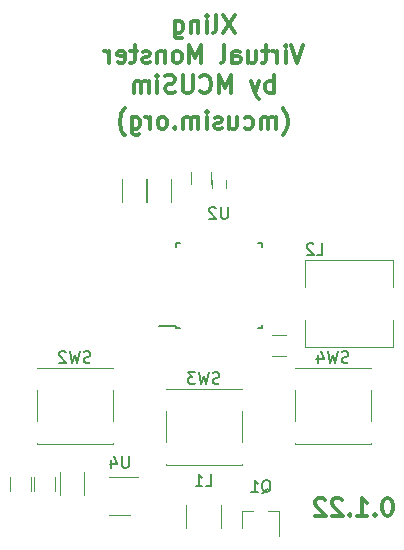
<source format=gbo>
G04 #@! TF.FileFunction,Legend,Bot*
%FSLAX46Y46*%
G04 Gerber Fmt 4.6, Leading zero omitted, Abs format (unit mm)*
G04 Created by KiCad (PCBNEW 4.0.7) date Thu Jul 12 22:31:34 2018*
%MOMM*%
%LPD*%
G01*
G04 APERTURE LIST*
%ADD10C,0.100000*%
%ADD11C,0.300000*%
%ADD12C,0.120000*%
%ADD13C,0.150000*%
G04 APERTURE END LIST*
D10*
D11*
X146378572Y-88880000D02*
X146450000Y-88808571D01*
X146592857Y-88594286D01*
X146664286Y-88451429D01*
X146735715Y-88237143D01*
X146807143Y-87880000D01*
X146807143Y-87594286D01*
X146735715Y-87237143D01*
X146664286Y-87022857D01*
X146592857Y-86880000D01*
X146450000Y-86665714D01*
X146378572Y-86594286D01*
X145807143Y-88308571D02*
X145807143Y-87308571D01*
X145807143Y-87451429D02*
X145735715Y-87380000D01*
X145592857Y-87308571D01*
X145378572Y-87308571D01*
X145235715Y-87380000D01*
X145164286Y-87522857D01*
X145164286Y-88308571D01*
X145164286Y-87522857D02*
X145092857Y-87380000D01*
X144950000Y-87308571D01*
X144735715Y-87308571D01*
X144592857Y-87380000D01*
X144521429Y-87522857D01*
X144521429Y-88308571D01*
X143164286Y-88237143D02*
X143307143Y-88308571D01*
X143592857Y-88308571D01*
X143735715Y-88237143D01*
X143807143Y-88165714D01*
X143878572Y-88022857D01*
X143878572Y-87594286D01*
X143807143Y-87451429D01*
X143735715Y-87380000D01*
X143592857Y-87308571D01*
X143307143Y-87308571D01*
X143164286Y-87380000D01*
X141878572Y-87308571D02*
X141878572Y-88308571D01*
X142521429Y-87308571D02*
X142521429Y-88094286D01*
X142450001Y-88237143D01*
X142307143Y-88308571D01*
X142092858Y-88308571D01*
X141950001Y-88237143D01*
X141878572Y-88165714D01*
X141235715Y-88237143D02*
X141092858Y-88308571D01*
X140807143Y-88308571D01*
X140664286Y-88237143D01*
X140592858Y-88094286D01*
X140592858Y-88022857D01*
X140664286Y-87880000D01*
X140807143Y-87808571D01*
X141021429Y-87808571D01*
X141164286Y-87737143D01*
X141235715Y-87594286D01*
X141235715Y-87522857D01*
X141164286Y-87380000D01*
X141021429Y-87308571D01*
X140807143Y-87308571D01*
X140664286Y-87380000D01*
X139950000Y-88308571D02*
X139950000Y-87308571D01*
X139950000Y-86808571D02*
X140021429Y-86880000D01*
X139950000Y-86951429D01*
X139878572Y-86880000D01*
X139950000Y-86808571D01*
X139950000Y-86951429D01*
X139235714Y-88308571D02*
X139235714Y-87308571D01*
X139235714Y-87451429D02*
X139164286Y-87380000D01*
X139021428Y-87308571D01*
X138807143Y-87308571D01*
X138664286Y-87380000D01*
X138592857Y-87522857D01*
X138592857Y-88308571D01*
X138592857Y-87522857D02*
X138521428Y-87380000D01*
X138378571Y-87308571D01*
X138164286Y-87308571D01*
X138021428Y-87380000D01*
X137950000Y-87522857D01*
X137950000Y-88308571D01*
X137235714Y-88165714D02*
X137164286Y-88237143D01*
X137235714Y-88308571D01*
X137307143Y-88237143D01*
X137235714Y-88165714D01*
X137235714Y-88308571D01*
X136307142Y-88308571D02*
X136450000Y-88237143D01*
X136521428Y-88165714D01*
X136592857Y-88022857D01*
X136592857Y-87594286D01*
X136521428Y-87451429D01*
X136450000Y-87380000D01*
X136307142Y-87308571D01*
X136092857Y-87308571D01*
X135950000Y-87380000D01*
X135878571Y-87451429D01*
X135807142Y-87594286D01*
X135807142Y-88022857D01*
X135878571Y-88165714D01*
X135950000Y-88237143D01*
X136092857Y-88308571D01*
X136307142Y-88308571D01*
X135164285Y-88308571D02*
X135164285Y-87308571D01*
X135164285Y-87594286D02*
X135092857Y-87451429D01*
X135021428Y-87380000D01*
X134878571Y-87308571D01*
X134735714Y-87308571D01*
X133592857Y-87308571D02*
X133592857Y-88522857D01*
X133664286Y-88665714D01*
X133735714Y-88737143D01*
X133878571Y-88808571D01*
X134092857Y-88808571D01*
X134235714Y-88737143D01*
X133592857Y-88237143D02*
X133735714Y-88308571D01*
X134021428Y-88308571D01*
X134164286Y-88237143D01*
X134235714Y-88165714D01*
X134307143Y-88022857D01*
X134307143Y-87594286D01*
X134235714Y-87451429D01*
X134164286Y-87380000D01*
X134021428Y-87308571D01*
X133735714Y-87308571D01*
X133592857Y-87380000D01*
X133021428Y-88880000D02*
X132950000Y-88808571D01*
X132807143Y-88594286D01*
X132735714Y-88451429D01*
X132664285Y-88237143D01*
X132592857Y-87880000D01*
X132592857Y-87594286D01*
X132664285Y-87237143D01*
X132735714Y-87022857D01*
X132807143Y-86880000D01*
X132950000Y-86665714D01*
X133021428Y-86594286D01*
X155328571Y-119574571D02*
X155185714Y-119574571D01*
X155042857Y-119646000D01*
X154971428Y-119717429D01*
X154899999Y-119860286D01*
X154828571Y-120146000D01*
X154828571Y-120503143D01*
X154899999Y-120788857D01*
X154971428Y-120931714D01*
X155042857Y-121003143D01*
X155185714Y-121074571D01*
X155328571Y-121074571D01*
X155471428Y-121003143D01*
X155542857Y-120931714D01*
X155614285Y-120788857D01*
X155685714Y-120503143D01*
X155685714Y-120146000D01*
X155614285Y-119860286D01*
X155542857Y-119717429D01*
X155471428Y-119646000D01*
X155328571Y-119574571D01*
X154185714Y-120931714D02*
X154114286Y-121003143D01*
X154185714Y-121074571D01*
X154257143Y-121003143D01*
X154185714Y-120931714D01*
X154185714Y-121074571D01*
X152685714Y-121074571D02*
X153542857Y-121074571D01*
X153114285Y-121074571D02*
X153114285Y-119574571D01*
X153257142Y-119788857D01*
X153400000Y-119931714D01*
X153542857Y-120003143D01*
X152042857Y-120931714D02*
X151971429Y-121003143D01*
X152042857Y-121074571D01*
X152114286Y-121003143D01*
X152042857Y-120931714D01*
X152042857Y-121074571D01*
X151400000Y-119717429D02*
X151328571Y-119646000D01*
X151185714Y-119574571D01*
X150828571Y-119574571D01*
X150685714Y-119646000D01*
X150614285Y-119717429D01*
X150542857Y-119860286D01*
X150542857Y-120003143D01*
X150614285Y-120217429D01*
X151471428Y-121074571D01*
X150542857Y-121074571D01*
X149971429Y-119717429D02*
X149900000Y-119646000D01*
X149757143Y-119574571D01*
X149400000Y-119574571D01*
X149257143Y-119646000D01*
X149185714Y-119717429D01*
X149114286Y-119860286D01*
X149114286Y-120003143D01*
X149185714Y-120217429D01*
X150042857Y-121074571D01*
X149114286Y-121074571D01*
X142307142Y-78670571D02*
X141307142Y-80170571D01*
X141307142Y-78670571D02*
X142307142Y-80170571D01*
X140521428Y-80170571D02*
X140664286Y-80099143D01*
X140735714Y-79956286D01*
X140735714Y-78670571D01*
X139950000Y-80170571D02*
X139950000Y-79170571D01*
X139950000Y-78670571D02*
X140021429Y-78742000D01*
X139950000Y-78813429D01*
X139878572Y-78742000D01*
X139950000Y-78670571D01*
X139950000Y-78813429D01*
X139235714Y-79170571D02*
X139235714Y-80170571D01*
X139235714Y-79313429D02*
X139164286Y-79242000D01*
X139021428Y-79170571D01*
X138807143Y-79170571D01*
X138664286Y-79242000D01*
X138592857Y-79384857D01*
X138592857Y-80170571D01*
X137235714Y-79170571D02*
X137235714Y-80384857D01*
X137307143Y-80527714D01*
X137378571Y-80599143D01*
X137521428Y-80670571D01*
X137735714Y-80670571D01*
X137878571Y-80599143D01*
X137235714Y-80099143D02*
X137378571Y-80170571D01*
X137664285Y-80170571D01*
X137807143Y-80099143D01*
X137878571Y-80027714D01*
X137950000Y-79884857D01*
X137950000Y-79456286D01*
X137878571Y-79313429D01*
X137807143Y-79242000D01*
X137664285Y-79170571D01*
X137378571Y-79170571D01*
X137235714Y-79242000D01*
X148128571Y-81220571D02*
X147628571Y-82720571D01*
X147128571Y-81220571D01*
X146628571Y-82720571D02*
X146628571Y-81720571D01*
X146628571Y-81220571D02*
X146700000Y-81292000D01*
X146628571Y-81363429D01*
X146557143Y-81292000D01*
X146628571Y-81220571D01*
X146628571Y-81363429D01*
X145914285Y-82720571D02*
X145914285Y-81720571D01*
X145914285Y-82006286D02*
X145842857Y-81863429D01*
X145771428Y-81792000D01*
X145628571Y-81720571D01*
X145485714Y-81720571D01*
X145200000Y-81720571D02*
X144628571Y-81720571D01*
X144985714Y-81220571D02*
X144985714Y-82506286D01*
X144914286Y-82649143D01*
X144771428Y-82720571D01*
X144628571Y-82720571D01*
X143485714Y-81720571D02*
X143485714Y-82720571D01*
X144128571Y-81720571D02*
X144128571Y-82506286D01*
X144057143Y-82649143D01*
X143914285Y-82720571D01*
X143700000Y-82720571D01*
X143557143Y-82649143D01*
X143485714Y-82577714D01*
X142128571Y-82720571D02*
X142128571Y-81934857D01*
X142200000Y-81792000D01*
X142342857Y-81720571D01*
X142628571Y-81720571D01*
X142771428Y-81792000D01*
X142128571Y-82649143D02*
X142271428Y-82720571D01*
X142628571Y-82720571D01*
X142771428Y-82649143D01*
X142842857Y-82506286D01*
X142842857Y-82363429D01*
X142771428Y-82220571D01*
X142628571Y-82149143D01*
X142271428Y-82149143D01*
X142128571Y-82077714D01*
X141199999Y-82720571D02*
X141342857Y-82649143D01*
X141414285Y-82506286D01*
X141414285Y-81220571D01*
X139485714Y-82720571D02*
X139485714Y-81220571D01*
X138985714Y-82292000D01*
X138485714Y-81220571D01*
X138485714Y-82720571D01*
X137557142Y-82720571D02*
X137700000Y-82649143D01*
X137771428Y-82577714D01*
X137842857Y-82434857D01*
X137842857Y-82006286D01*
X137771428Y-81863429D01*
X137700000Y-81792000D01*
X137557142Y-81720571D01*
X137342857Y-81720571D01*
X137200000Y-81792000D01*
X137128571Y-81863429D01*
X137057142Y-82006286D01*
X137057142Y-82434857D01*
X137128571Y-82577714D01*
X137200000Y-82649143D01*
X137342857Y-82720571D01*
X137557142Y-82720571D01*
X136414285Y-81720571D02*
X136414285Y-82720571D01*
X136414285Y-81863429D02*
X136342857Y-81792000D01*
X136199999Y-81720571D01*
X135985714Y-81720571D01*
X135842857Y-81792000D01*
X135771428Y-81934857D01*
X135771428Y-82720571D01*
X135128571Y-82649143D02*
X134985714Y-82720571D01*
X134699999Y-82720571D01*
X134557142Y-82649143D01*
X134485714Y-82506286D01*
X134485714Y-82434857D01*
X134557142Y-82292000D01*
X134699999Y-82220571D01*
X134914285Y-82220571D01*
X135057142Y-82149143D01*
X135128571Y-82006286D01*
X135128571Y-81934857D01*
X135057142Y-81792000D01*
X134914285Y-81720571D01*
X134699999Y-81720571D01*
X134557142Y-81792000D01*
X134057142Y-81720571D02*
X133485713Y-81720571D01*
X133842856Y-81220571D02*
X133842856Y-82506286D01*
X133771428Y-82649143D01*
X133628570Y-82720571D01*
X133485713Y-82720571D01*
X132414285Y-82649143D02*
X132557142Y-82720571D01*
X132842856Y-82720571D01*
X132985713Y-82649143D01*
X133057142Y-82506286D01*
X133057142Y-81934857D01*
X132985713Y-81792000D01*
X132842856Y-81720571D01*
X132557142Y-81720571D01*
X132414285Y-81792000D01*
X132342856Y-81934857D01*
X132342856Y-82077714D01*
X133057142Y-82220571D01*
X131699999Y-82720571D02*
X131699999Y-81720571D01*
X131699999Y-82006286D02*
X131628571Y-81863429D01*
X131557142Y-81792000D01*
X131414285Y-81720571D01*
X131271428Y-81720571D01*
X145628571Y-85270571D02*
X145628571Y-83770571D01*
X145628571Y-84342000D02*
X145485714Y-84270571D01*
X145200000Y-84270571D01*
X145057143Y-84342000D01*
X144985714Y-84413429D01*
X144914285Y-84556286D01*
X144914285Y-84984857D01*
X144985714Y-85127714D01*
X145057143Y-85199143D01*
X145200000Y-85270571D01*
X145485714Y-85270571D01*
X145628571Y-85199143D01*
X144414285Y-84270571D02*
X144057142Y-85270571D01*
X143700000Y-84270571D02*
X144057142Y-85270571D01*
X144200000Y-85627714D01*
X144271428Y-85699143D01*
X144414285Y-85770571D01*
X141985714Y-85270571D02*
X141985714Y-83770571D01*
X141485714Y-84842000D01*
X140985714Y-83770571D01*
X140985714Y-85270571D01*
X139414285Y-85127714D02*
X139485714Y-85199143D01*
X139700000Y-85270571D01*
X139842857Y-85270571D01*
X140057142Y-85199143D01*
X140200000Y-85056286D01*
X140271428Y-84913429D01*
X140342857Y-84627714D01*
X140342857Y-84413429D01*
X140271428Y-84127714D01*
X140200000Y-83984857D01*
X140057142Y-83842000D01*
X139842857Y-83770571D01*
X139700000Y-83770571D01*
X139485714Y-83842000D01*
X139414285Y-83913429D01*
X138771428Y-83770571D02*
X138771428Y-84984857D01*
X138700000Y-85127714D01*
X138628571Y-85199143D01*
X138485714Y-85270571D01*
X138200000Y-85270571D01*
X138057142Y-85199143D01*
X137985714Y-85127714D01*
X137914285Y-84984857D01*
X137914285Y-83770571D01*
X137271428Y-85199143D02*
X137057142Y-85270571D01*
X136699999Y-85270571D01*
X136557142Y-85199143D01*
X136485713Y-85127714D01*
X136414285Y-84984857D01*
X136414285Y-84842000D01*
X136485713Y-84699143D01*
X136557142Y-84627714D01*
X136699999Y-84556286D01*
X136985713Y-84484857D01*
X137128571Y-84413429D01*
X137199999Y-84342000D01*
X137271428Y-84199143D01*
X137271428Y-84056286D01*
X137199999Y-83913429D01*
X137128571Y-83842000D01*
X136985713Y-83770571D01*
X136628571Y-83770571D01*
X136414285Y-83842000D01*
X135771428Y-85270571D02*
X135771428Y-84270571D01*
X135771428Y-83770571D02*
X135842857Y-83842000D01*
X135771428Y-83913429D01*
X135700000Y-83842000D01*
X135771428Y-83770571D01*
X135771428Y-83913429D01*
X135057142Y-85270571D02*
X135057142Y-84270571D01*
X135057142Y-84413429D02*
X134985714Y-84342000D01*
X134842856Y-84270571D01*
X134628571Y-84270571D01*
X134485714Y-84342000D01*
X134414285Y-84484857D01*
X134414285Y-85270571D01*
X134414285Y-84484857D02*
X134342856Y-84342000D01*
X134199999Y-84270571D01*
X133985714Y-84270571D01*
X133842856Y-84342000D01*
X133771428Y-84484857D01*
X133771428Y-85270571D01*
D12*
X134928000Y-94546000D02*
X134928000Y-92546000D01*
X132788000Y-92546000D02*
X132788000Y-94546000D01*
X140296000Y-91956000D02*
X140296000Y-92956000D01*
X138596000Y-92956000D02*
X138596000Y-91956000D01*
X127504000Y-119364000D02*
X127504000Y-117364000D01*
X129544000Y-117364000D02*
X129544000Y-119364000D01*
X140370000Y-92614000D02*
X140370000Y-93314000D01*
X141570000Y-93314000D02*
X141570000Y-92614000D01*
X138220000Y-120158000D02*
X138220000Y-122158000D01*
X141180000Y-122158000D02*
X141180000Y-120158000D01*
X155694000Y-101724000D02*
X155694000Y-99424000D01*
X155694000Y-99424000D02*
X148294000Y-99424000D01*
X148294000Y-99424000D02*
X148294000Y-101724000D01*
X148294000Y-104524000D02*
X148294000Y-106824000D01*
X148294000Y-106824000D02*
X155694000Y-106824000D01*
X155694000Y-106824000D02*
X155694000Y-104524000D01*
X142946000Y-120652000D02*
X143876000Y-120652000D01*
X146106000Y-120652000D02*
X145176000Y-120652000D01*
X146106000Y-120652000D02*
X146106000Y-122812000D01*
X142946000Y-120652000D02*
X142946000Y-122112000D01*
X136960000Y-94546000D02*
X136960000Y-92546000D01*
X134820000Y-92546000D02*
X134820000Y-94546000D01*
X127118000Y-118964000D02*
X127118000Y-117764000D01*
X125358000Y-117764000D02*
X125358000Y-118964000D01*
X123326000Y-117764000D02*
X123326000Y-118964000D01*
X125086000Y-118964000D02*
X125086000Y-117764000D01*
D13*
X137345000Y-105225000D02*
X137345000Y-105000000D01*
X144595000Y-105225000D02*
X144595000Y-104900000D01*
X144595000Y-97975000D02*
X144595000Y-98300000D01*
X137345000Y-97975000D02*
X137345000Y-98300000D01*
X137345000Y-105225000D02*
X137670000Y-105225000D01*
X137345000Y-97975000D02*
X137670000Y-97975000D01*
X144595000Y-97975000D02*
X144270000Y-97975000D01*
X144595000Y-105225000D02*
X144270000Y-105225000D01*
X137345000Y-105000000D02*
X135920000Y-105000000D01*
D12*
X133488000Y-120990000D02*
X131688000Y-120990000D01*
X131688000Y-117770000D02*
X134138000Y-117770000D01*
X132008000Y-114990000D02*
X132008000Y-114960000D01*
X132008000Y-108530000D02*
X132008000Y-108560000D01*
X125548000Y-108530000D02*
X125548000Y-108560000D01*
X125548000Y-114960000D02*
X125548000Y-114990000D01*
X132008000Y-113060000D02*
X132008000Y-110460000D01*
X125548000Y-114990000D02*
X132008000Y-114990000D01*
X125548000Y-113060000D02*
X125548000Y-110460000D01*
X125548000Y-108530000D02*
X132008000Y-108530000D01*
X142930000Y-116768000D02*
X142930000Y-116738000D01*
X142930000Y-110308000D02*
X142930000Y-110338000D01*
X136470000Y-110308000D02*
X136470000Y-110338000D01*
X136470000Y-116738000D02*
X136470000Y-116768000D01*
X142930000Y-114838000D02*
X142930000Y-112238000D01*
X136470000Y-116768000D02*
X142930000Y-116768000D01*
X136470000Y-114838000D02*
X136470000Y-112238000D01*
X136470000Y-110308000D02*
X142930000Y-110308000D01*
X153852000Y-114990000D02*
X153852000Y-114960000D01*
X153852000Y-108530000D02*
X153852000Y-108560000D01*
X147392000Y-108530000D02*
X147392000Y-108560000D01*
X147392000Y-114960000D02*
X147392000Y-114990000D01*
X153852000Y-113060000D02*
X153852000Y-110460000D01*
X147392000Y-114990000D02*
X153852000Y-114990000D01*
X147392000Y-113060000D02*
X147392000Y-110460000D01*
X147392000Y-108530000D02*
X153852000Y-108530000D01*
X146650000Y-105800000D02*
X145450000Y-105800000D01*
X145450000Y-107560000D02*
X146650000Y-107560000D01*
D13*
X139866666Y-118562381D02*
X140342857Y-118562381D01*
X140342857Y-117562381D01*
X139009523Y-118562381D02*
X139580952Y-118562381D01*
X139295238Y-118562381D02*
X139295238Y-117562381D01*
X139390476Y-117705238D01*
X139485714Y-117800476D01*
X139580952Y-117848095D01*
X149264666Y-99004381D02*
X149740857Y-99004381D01*
X149740857Y-98004381D01*
X148978952Y-98099619D02*
X148931333Y-98052000D01*
X148836095Y-98004381D01*
X148597999Y-98004381D01*
X148502761Y-98052000D01*
X148455142Y-98099619D01*
X148407523Y-98194857D01*
X148407523Y-98290095D01*
X148455142Y-98432952D01*
X149026571Y-99004381D01*
X148407523Y-99004381D01*
X144621238Y-119165619D02*
X144716476Y-119118000D01*
X144811714Y-119022762D01*
X144954571Y-118879905D01*
X145049810Y-118832286D01*
X145145048Y-118832286D01*
X145097429Y-119070381D02*
X145192667Y-119022762D01*
X145287905Y-118927524D01*
X145335524Y-118737048D01*
X145335524Y-118403714D01*
X145287905Y-118213238D01*
X145192667Y-118118000D01*
X145097429Y-118070381D01*
X144906952Y-118070381D01*
X144811714Y-118118000D01*
X144716476Y-118213238D01*
X144668857Y-118403714D01*
X144668857Y-118737048D01*
X144716476Y-118927524D01*
X144811714Y-119022762D01*
X144906952Y-119070381D01*
X145097429Y-119070381D01*
X143716476Y-119070381D02*
X144287905Y-119070381D01*
X144002191Y-119070381D02*
X144002191Y-118070381D01*
X144097429Y-118213238D01*
X144192667Y-118308476D01*
X144287905Y-118356095D01*
X141731905Y-94956381D02*
X141731905Y-95765905D01*
X141684286Y-95861143D01*
X141636667Y-95908762D01*
X141541429Y-95956381D01*
X141350952Y-95956381D01*
X141255714Y-95908762D01*
X141208095Y-95861143D01*
X141160476Y-95765905D01*
X141160476Y-94956381D01*
X140731905Y-95051619D02*
X140684286Y-95004000D01*
X140589048Y-94956381D01*
X140350952Y-94956381D01*
X140255714Y-95004000D01*
X140208095Y-95051619D01*
X140160476Y-95146857D01*
X140160476Y-95242095D01*
X140208095Y-95384952D01*
X140779524Y-95956381D01*
X140160476Y-95956381D01*
X133349905Y-116038381D02*
X133349905Y-116847905D01*
X133302286Y-116943143D01*
X133254667Y-116990762D01*
X133159429Y-117038381D01*
X132968952Y-117038381D01*
X132873714Y-116990762D01*
X132826095Y-116943143D01*
X132778476Y-116847905D01*
X132778476Y-116038381D01*
X131873714Y-116371714D02*
X131873714Y-117038381D01*
X132111810Y-115990762D02*
X132349905Y-116705048D01*
X131730857Y-116705048D01*
X130111333Y-108100762D02*
X129968476Y-108148381D01*
X129730380Y-108148381D01*
X129635142Y-108100762D01*
X129587523Y-108053143D01*
X129539904Y-107957905D01*
X129539904Y-107862667D01*
X129587523Y-107767429D01*
X129635142Y-107719810D01*
X129730380Y-107672190D01*
X129920857Y-107624571D01*
X130016095Y-107576952D01*
X130063714Y-107529333D01*
X130111333Y-107434095D01*
X130111333Y-107338857D01*
X130063714Y-107243619D01*
X130016095Y-107196000D01*
X129920857Y-107148381D01*
X129682761Y-107148381D01*
X129539904Y-107196000D01*
X129206571Y-107148381D02*
X128968476Y-108148381D01*
X128777999Y-107434095D01*
X128587523Y-108148381D01*
X128349428Y-107148381D01*
X128016095Y-107243619D02*
X127968476Y-107196000D01*
X127873238Y-107148381D01*
X127635142Y-107148381D01*
X127539904Y-107196000D01*
X127492285Y-107243619D01*
X127444666Y-107338857D01*
X127444666Y-107434095D01*
X127492285Y-107576952D01*
X128063714Y-108148381D01*
X127444666Y-108148381D01*
X141033333Y-109878762D02*
X140890476Y-109926381D01*
X140652380Y-109926381D01*
X140557142Y-109878762D01*
X140509523Y-109831143D01*
X140461904Y-109735905D01*
X140461904Y-109640667D01*
X140509523Y-109545429D01*
X140557142Y-109497810D01*
X140652380Y-109450190D01*
X140842857Y-109402571D01*
X140938095Y-109354952D01*
X140985714Y-109307333D01*
X141033333Y-109212095D01*
X141033333Y-109116857D01*
X140985714Y-109021619D01*
X140938095Y-108974000D01*
X140842857Y-108926381D01*
X140604761Y-108926381D01*
X140461904Y-108974000D01*
X140128571Y-108926381D02*
X139890476Y-109926381D01*
X139699999Y-109212095D01*
X139509523Y-109926381D01*
X139271428Y-108926381D01*
X138985714Y-108926381D02*
X138366666Y-108926381D01*
X138700000Y-109307333D01*
X138557142Y-109307333D01*
X138461904Y-109354952D01*
X138414285Y-109402571D01*
X138366666Y-109497810D01*
X138366666Y-109735905D01*
X138414285Y-109831143D01*
X138461904Y-109878762D01*
X138557142Y-109926381D01*
X138842857Y-109926381D01*
X138938095Y-109878762D01*
X138985714Y-109831143D01*
X151955333Y-108100762D02*
X151812476Y-108148381D01*
X151574380Y-108148381D01*
X151479142Y-108100762D01*
X151431523Y-108053143D01*
X151383904Y-107957905D01*
X151383904Y-107862667D01*
X151431523Y-107767429D01*
X151479142Y-107719810D01*
X151574380Y-107672190D01*
X151764857Y-107624571D01*
X151860095Y-107576952D01*
X151907714Y-107529333D01*
X151955333Y-107434095D01*
X151955333Y-107338857D01*
X151907714Y-107243619D01*
X151860095Y-107196000D01*
X151764857Y-107148381D01*
X151526761Y-107148381D01*
X151383904Y-107196000D01*
X151050571Y-107148381D02*
X150812476Y-108148381D01*
X150621999Y-107434095D01*
X150431523Y-108148381D01*
X150193428Y-107148381D01*
X149383904Y-107481714D02*
X149383904Y-108148381D01*
X149622000Y-107100762D02*
X149860095Y-107815048D01*
X149241047Y-107815048D01*
M02*

</source>
